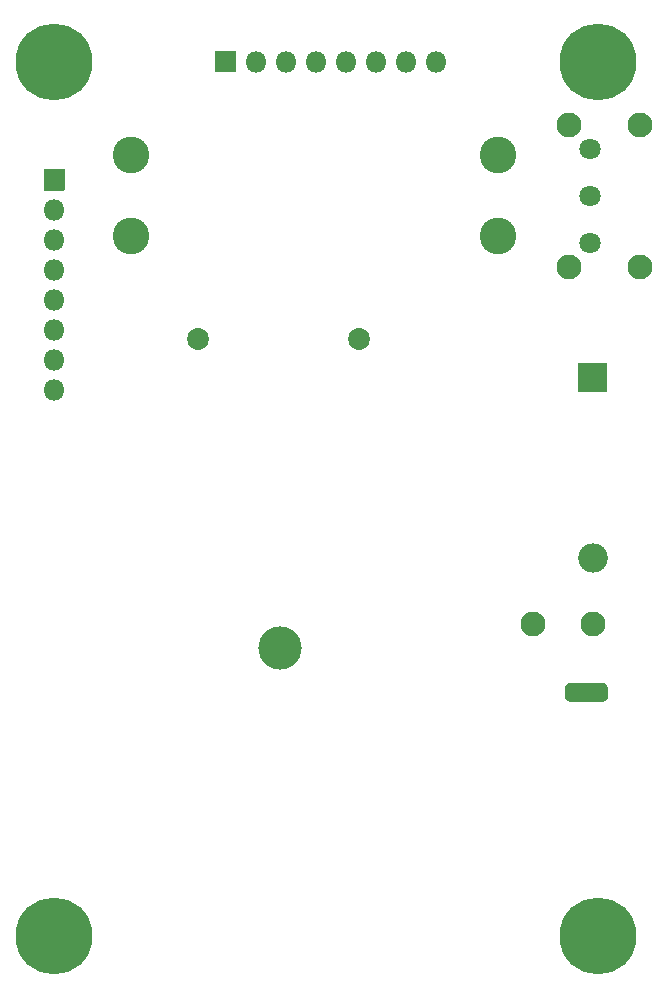
<source format=gts>
G04 #@! TF.GenerationSoftware,KiCad,Pcbnew,5.1.9+dfsg1-1*
G04 #@! TF.CreationDate,2022-06-11T22:33:11-07:00*
G04 #@! TF.ProjectId,keygame-batpack,6b657967-616d-4652-9d62-61747061636b,rev?*
G04 #@! TF.SameCoordinates,Original*
G04 #@! TF.FileFunction,Soldermask,Top*
G04 #@! TF.FilePolarity,Negative*
%FSLAX46Y46*%
G04 Gerber Fmt 4.6, Leading zero omitted, Abs format (unit mm)*
G04 Created by KiCad (PCBNEW 5.1.9+dfsg1-1) date 2022-06-11 22:33:11*
%MOMM*%
%LPD*%
G01*
G04 APERTURE LIST*
%ADD10C,0.902000*%
%ADD11C,6.502000*%
%ADD12O,1.802000X1.802000*%
%ADD13C,1.857000*%
%ADD14C,3.662000*%
%ADD15C,3.102000*%
%ADD16C,0.350000*%
%ADD17C,2.102000*%
%ADD18C,1.802000*%
%ADD19O,2.502000X2.502000*%
G04 APERTURE END LIST*
D10*
G04 #@! TO.C,H1*
X126137056Y-57962944D03*
X124440000Y-57260000D03*
X122742944Y-57962944D03*
X122040000Y-59660000D03*
X122742944Y-61357056D03*
X124440000Y-62060000D03*
X126137056Y-61357056D03*
X126840000Y-59660000D03*
D11*
X124440000Y-59660000D03*
G04 #@! TD*
G04 #@! TO.C,H2*
X170440000Y-59660000D03*
D10*
X172840000Y-59660000D03*
X172137056Y-61357056D03*
X170440000Y-62060000D03*
X168742944Y-61357056D03*
X168040000Y-59660000D03*
X168742944Y-57962944D03*
X170440000Y-57260000D03*
X172137056Y-57962944D03*
G04 #@! TD*
G04 #@! TO.C,H3*
X126137056Y-131962944D03*
X124440000Y-131260000D03*
X122742944Y-131962944D03*
X122040000Y-133660000D03*
X122742944Y-135357056D03*
X124440000Y-136060000D03*
X126137056Y-135357056D03*
X126840000Y-133660000D03*
D11*
X124440000Y-133660000D03*
G04 #@! TD*
G04 #@! TO.C,H4*
X170440000Y-133660000D03*
D10*
X172840000Y-133660000D03*
X172137056Y-135357056D03*
X170440000Y-136060000D03*
X168742944Y-135357056D03*
X168040000Y-133660000D03*
X168742944Y-131962944D03*
X170440000Y-131260000D03*
X172137056Y-131962944D03*
G04 #@! TD*
G04 #@! TO.C,J1*
G36*
G01*
X139790000Y-60561000D02*
X138090000Y-60561000D01*
G75*
G02*
X138039000Y-60510000I0J51000D01*
G01*
X138039000Y-58810000D01*
G75*
G02*
X138090000Y-58759000I51000J0D01*
G01*
X139790000Y-58759000D01*
G75*
G02*
X139841000Y-58810000I0J-51000D01*
G01*
X139841000Y-60510000D01*
G75*
G02*
X139790000Y-60561000I-51000J0D01*
G01*
G37*
D12*
X141480000Y-59660000D03*
X144020000Y-59660000D03*
X146560000Y-59660000D03*
X149100000Y-59660000D03*
X151640000Y-59660000D03*
X154180000Y-59660000D03*
X156720000Y-59660000D03*
G04 #@! TD*
G04 #@! TO.C,J2*
G36*
G01*
X123539000Y-70510000D02*
X123539000Y-68810000D01*
G75*
G02*
X123590000Y-68759000I51000J0D01*
G01*
X125290000Y-68759000D01*
G75*
G02*
X125341000Y-68810000I0J-51000D01*
G01*
X125341000Y-70510000D01*
G75*
G02*
X125290000Y-70561000I-51000J0D01*
G01*
X123590000Y-70561000D01*
G75*
G02*
X123539000Y-70510000I0J51000D01*
G01*
G37*
X124440000Y-72200000D03*
X124440000Y-74740000D03*
X124440000Y-77280000D03*
X124440000Y-79820000D03*
X124440000Y-82360000D03*
X124440000Y-84900000D03*
X124440000Y-87440000D03*
G04 #@! TD*
D13*
G04 #@! TO.C,BT1*
X150210000Y-83140000D03*
X136620000Y-83140000D03*
D14*
X143580000Y-109300000D03*
G04 #@! TD*
D15*
G04 #@! TO.C,J3*
X162030000Y-67560000D03*
X162030000Y-74440000D03*
X130970000Y-74440000D03*
X130970000Y-67560000D03*
G04 #@! TD*
D16*
G04 #@! TO.C,JP1*
G36*
X168749950Y-112239980D02*
G01*
X168759517Y-112242882D01*
X168768334Y-112247595D01*
X168776062Y-112253938D01*
X168782405Y-112261666D01*
X168787118Y-112270483D01*
X168790020Y-112280050D01*
X168791000Y-112290000D01*
X168791000Y-112389000D01*
X169090000Y-112389000D01*
X169099950Y-112389980D01*
X169109517Y-112392882D01*
X169118334Y-112397595D01*
X169126062Y-112403938D01*
X169132405Y-112411666D01*
X169137118Y-112420483D01*
X169140020Y-112430050D01*
X169141000Y-112440000D01*
X169141000Y-112840000D01*
X169140020Y-112849950D01*
X169137118Y-112859517D01*
X169132405Y-112868334D01*
X169126062Y-112876062D01*
X169118334Y-112882405D01*
X169109517Y-112887118D01*
X169099950Y-112890020D01*
X169090000Y-112891000D01*
X168791000Y-112891000D01*
X168791000Y-113189000D01*
X169090000Y-113189000D01*
X169099950Y-113189980D01*
X169109517Y-113192882D01*
X169118334Y-113197595D01*
X169126062Y-113203938D01*
X169132405Y-113211666D01*
X169137118Y-113220483D01*
X169140020Y-113230050D01*
X169141000Y-113240000D01*
X169141000Y-113640000D01*
X169140020Y-113649950D01*
X169137118Y-113659517D01*
X169132405Y-113668334D01*
X169126062Y-113676062D01*
X169118334Y-113682405D01*
X169109517Y-113687118D01*
X169099950Y-113690020D01*
X169090000Y-113691000D01*
X168791000Y-113691000D01*
X168791000Y-113790000D01*
X168790020Y-113799950D01*
X168787118Y-113809517D01*
X168782405Y-113818334D01*
X168776062Y-113826062D01*
X168768334Y-113832405D01*
X168759517Y-113837118D01*
X168749950Y-113840020D01*
X168740000Y-113841000D01*
X168190000Y-113841000D01*
X168183888Y-113840398D01*
X168165466Y-113840398D01*
X168160467Y-113840152D01*
X168111636Y-113835342D01*
X168106686Y-113834608D01*
X168058561Y-113825036D01*
X168053705Y-113823820D01*
X168006750Y-113809576D01*
X168002039Y-113807890D01*
X167956706Y-113789113D01*
X167952180Y-113786973D01*
X167908907Y-113763842D01*
X167904616Y-113761269D01*
X167863817Y-113734009D01*
X167859796Y-113731027D01*
X167821867Y-113699899D01*
X167818159Y-113696538D01*
X167783462Y-113661841D01*
X167780101Y-113658133D01*
X167748973Y-113620204D01*
X167745991Y-113616183D01*
X167718731Y-113575384D01*
X167716158Y-113571093D01*
X167693027Y-113527820D01*
X167690887Y-113523294D01*
X167672110Y-113477961D01*
X167670424Y-113473250D01*
X167656180Y-113426295D01*
X167654964Y-113421439D01*
X167645392Y-113373314D01*
X167644658Y-113368364D01*
X167639848Y-113319533D01*
X167639602Y-113314534D01*
X167639602Y-113296112D01*
X167639000Y-113290000D01*
X167639000Y-112790000D01*
X167639602Y-112783888D01*
X167639602Y-112765466D01*
X167639848Y-112760467D01*
X167644658Y-112711636D01*
X167645392Y-112706686D01*
X167654964Y-112658561D01*
X167656180Y-112653705D01*
X167670424Y-112606750D01*
X167672110Y-112602039D01*
X167690887Y-112556706D01*
X167693027Y-112552180D01*
X167716158Y-112508907D01*
X167718731Y-112504616D01*
X167745991Y-112463817D01*
X167748973Y-112459796D01*
X167780101Y-112421867D01*
X167783462Y-112418159D01*
X167818159Y-112383462D01*
X167821867Y-112380101D01*
X167859796Y-112348973D01*
X167863817Y-112345991D01*
X167904616Y-112318731D01*
X167908907Y-112316158D01*
X167952180Y-112293027D01*
X167956706Y-112290887D01*
X168002039Y-112272110D01*
X168006750Y-112270424D01*
X168053705Y-112256180D01*
X168058561Y-112254964D01*
X168106686Y-112245392D01*
X168111636Y-112244658D01*
X168160467Y-112239848D01*
X168165466Y-112239602D01*
X168183888Y-112239602D01*
X168190000Y-112239000D01*
X168740000Y-112239000D01*
X168749950Y-112239980D01*
G37*
G36*
X170796112Y-112239602D02*
G01*
X170814534Y-112239602D01*
X170819533Y-112239848D01*
X170868364Y-112244658D01*
X170873314Y-112245392D01*
X170921439Y-112254964D01*
X170926295Y-112256180D01*
X170973250Y-112270424D01*
X170977961Y-112272110D01*
X171023294Y-112290887D01*
X171027820Y-112293027D01*
X171071093Y-112316158D01*
X171075384Y-112318731D01*
X171116183Y-112345991D01*
X171120204Y-112348973D01*
X171158133Y-112380101D01*
X171161841Y-112383462D01*
X171196538Y-112418159D01*
X171199899Y-112421867D01*
X171231027Y-112459796D01*
X171234009Y-112463817D01*
X171261269Y-112504616D01*
X171263842Y-112508907D01*
X171286973Y-112552180D01*
X171289113Y-112556706D01*
X171307890Y-112602039D01*
X171309576Y-112606750D01*
X171323820Y-112653705D01*
X171325036Y-112658561D01*
X171334608Y-112706686D01*
X171335342Y-112711636D01*
X171340152Y-112760467D01*
X171340398Y-112765466D01*
X171340398Y-112783888D01*
X171341000Y-112790000D01*
X171341000Y-113290000D01*
X171340398Y-113296112D01*
X171340398Y-113314534D01*
X171340152Y-113319533D01*
X171335342Y-113368364D01*
X171334608Y-113373314D01*
X171325036Y-113421439D01*
X171323820Y-113426295D01*
X171309576Y-113473250D01*
X171307890Y-113477961D01*
X171289113Y-113523294D01*
X171286973Y-113527820D01*
X171263842Y-113571093D01*
X171261269Y-113575384D01*
X171234009Y-113616183D01*
X171231027Y-113620204D01*
X171199899Y-113658133D01*
X171196538Y-113661841D01*
X171161841Y-113696538D01*
X171158133Y-113699899D01*
X171120204Y-113731027D01*
X171116183Y-113734009D01*
X171075384Y-113761269D01*
X171071093Y-113763842D01*
X171027820Y-113786973D01*
X171023294Y-113789113D01*
X170977961Y-113807890D01*
X170973250Y-113809576D01*
X170926295Y-113823820D01*
X170921439Y-113825036D01*
X170873314Y-113834608D01*
X170868364Y-113835342D01*
X170819533Y-113840152D01*
X170814534Y-113840398D01*
X170796112Y-113840398D01*
X170790000Y-113841000D01*
X170240000Y-113841000D01*
X170230050Y-113840020D01*
X170220483Y-113837118D01*
X170211666Y-113832405D01*
X170203938Y-113826062D01*
X170197595Y-113818334D01*
X170192882Y-113809517D01*
X170189980Y-113799950D01*
X170189000Y-113790000D01*
X170189000Y-112290000D01*
X170189980Y-112280050D01*
X170192882Y-112270483D01*
X170197595Y-112261666D01*
X170203938Y-112253938D01*
X170211666Y-112247595D01*
X170220483Y-112242882D01*
X170230050Y-112239980D01*
X170240000Y-112239000D01*
X170790000Y-112239000D01*
X170796112Y-112239602D01*
G37*
G36*
G01*
X168939000Y-113790000D02*
X168939000Y-112290000D01*
G75*
G02*
X168990000Y-112239000I51000J0D01*
G01*
X169990000Y-112239000D01*
G75*
G02*
X170041000Y-112290000I0J-51000D01*
G01*
X170041000Y-113790000D01*
G75*
G02*
X169990000Y-113841000I-51000J0D01*
G01*
X168990000Y-113841000D01*
G75*
G02*
X168939000Y-113790000I0J51000D01*
G01*
G37*
G04 #@! TD*
D17*
G04 #@! TO.C,F1*
X170020000Y-107240000D03*
X164940000Y-107230000D03*
G04 #@! TD*
G04 #@! TO.C,SW1*
X168050000Y-77000000D03*
X168050000Y-65000000D03*
X174050000Y-65000000D03*
X174050000Y-77000000D03*
D18*
X169800000Y-75000000D03*
X169800000Y-71000000D03*
X169800000Y-67000000D03*
G04 #@! TD*
G04 #@! TO.C,D1*
G36*
G01*
X168820000Y-85149000D02*
X171220000Y-85149000D01*
G75*
G02*
X171271000Y-85200000I0J-51000D01*
G01*
X171271000Y-87600000D01*
G75*
G02*
X171220000Y-87651000I-51000J0D01*
G01*
X168820000Y-87651000D01*
G75*
G02*
X168769000Y-87600000I0J51000D01*
G01*
X168769000Y-85200000D01*
G75*
G02*
X168820000Y-85149000I51000J0D01*
G01*
G37*
D19*
X170020000Y-101640000D03*
G04 #@! TD*
D16*
G36*
X170105195Y-112237236D02*
G01*
X170118933Y-112244579D01*
X170142008Y-112251579D01*
X170165999Y-112253942D01*
X170189990Y-112251579D01*
X170213253Y-112244522D01*
X170215201Y-112244976D01*
X170215782Y-112246890D01*
X170214777Y-112248200D01*
X170212782Y-112249266D01*
X170205359Y-112255359D01*
X170199266Y-112262782D01*
X170194739Y-112271252D01*
X170191950Y-112280445D01*
X170191000Y-112290094D01*
X170191000Y-113789906D01*
X170191950Y-113799555D01*
X170194739Y-113808748D01*
X170199266Y-113817218D01*
X170205359Y-113824641D01*
X170212782Y-113830734D01*
X170218707Y-113833900D01*
X170219763Y-113835598D01*
X170218820Y-113837362D01*
X170217184Y-113837578D01*
X170215567Y-113837088D01*
X170215382Y-113837022D01*
X170201703Y-113831356D01*
X170178053Y-113826651D01*
X170153946Y-113826651D01*
X170130296Y-113831355D01*
X170108022Y-113840581D01*
X170104906Y-113842663D01*
X170103795Y-113843000D01*
X170041000Y-113843000D01*
X170039268Y-113842000D01*
X170039000Y-113841000D01*
X170039000Y-112239000D01*
X170040000Y-112237268D01*
X170041000Y-112237000D01*
X170104252Y-112237000D01*
X170105195Y-112237236D01*
G37*
G36*
X168940732Y-113690000D02*
G01*
X168941000Y-113691000D01*
X168941000Y-113841000D01*
X168940000Y-113842732D01*
X168939000Y-113843000D01*
X168875748Y-113843000D01*
X168874805Y-113842764D01*
X168861067Y-113835421D01*
X168837992Y-113828421D01*
X168814001Y-113826058D01*
X168790010Y-113828421D01*
X168766746Y-113835478D01*
X168764798Y-113835024D01*
X168764217Y-113833110D01*
X168765222Y-113831800D01*
X168767218Y-113830733D01*
X168774641Y-113824641D01*
X168780734Y-113817218D01*
X168785261Y-113808748D01*
X168788050Y-113799555D01*
X168789000Y-113789906D01*
X168789000Y-113691000D01*
X168790000Y-113689268D01*
X168791000Y-113689000D01*
X168939000Y-113689000D01*
X168940732Y-113690000D01*
G37*
G36*
X168940732Y-112890000D02*
G01*
X168941000Y-112891000D01*
X168941000Y-113189000D01*
X168940000Y-113190732D01*
X168939000Y-113191000D01*
X168791000Y-113191000D01*
X168789268Y-113190000D01*
X168789000Y-113189000D01*
X168789000Y-112891000D01*
X168790000Y-112889268D01*
X168791000Y-112889000D01*
X168939000Y-112889000D01*
X168940732Y-112890000D01*
G37*
G36*
X168940732Y-112238000D02*
G01*
X168941000Y-112239000D01*
X168941000Y-112389000D01*
X168940000Y-112390732D01*
X168939000Y-112391000D01*
X168791000Y-112391000D01*
X168789268Y-112390000D01*
X168789000Y-112389000D01*
X168789000Y-112290094D01*
X168788050Y-112280445D01*
X168785261Y-112271252D01*
X168780734Y-112262782D01*
X168774641Y-112255359D01*
X168767218Y-112249266D01*
X168761293Y-112246100D01*
X168760237Y-112244402D01*
X168761180Y-112242638D01*
X168762816Y-112242422D01*
X168764433Y-112242912D01*
X168764618Y-112242978D01*
X168778297Y-112248644D01*
X168801947Y-112253349D01*
X168826054Y-112253349D01*
X168849704Y-112248645D01*
X168871978Y-112239419D01*
X168875094Y-112237337D01*
X168876205Y-112237000D01*
X168939000Y-112237000D01*
X168940732Y-112238000D01*
G37*
M02*

</source>
